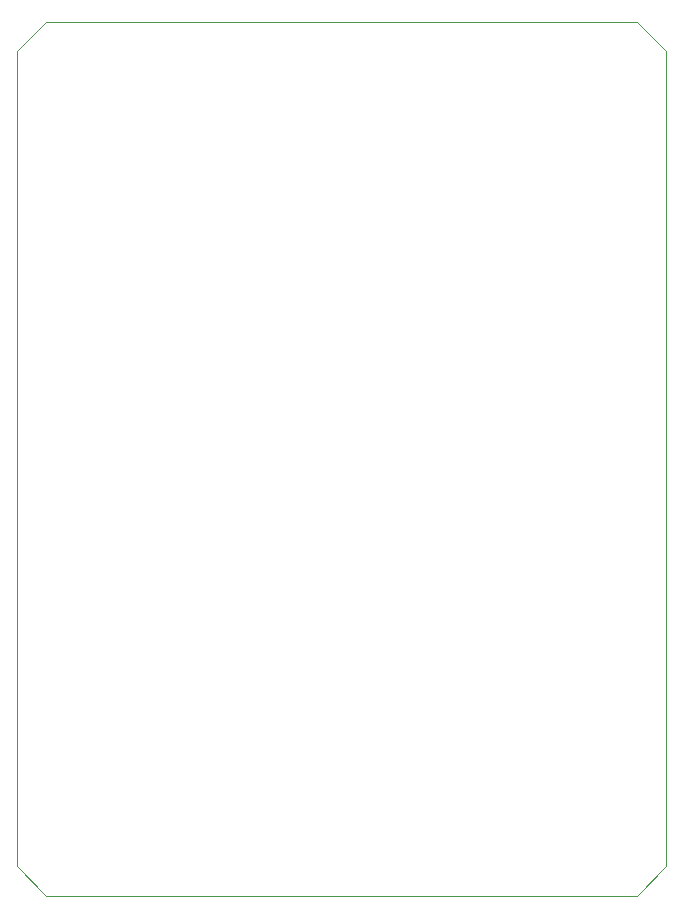
<source format=gbr>
%TF.GenerationSoftware,KiCad,Pcbnew,8.0.1-8.0.1-0~ubuntu20.04.1*%
%TF.CreationDate,2024-05-13T17:34:50+05:00*%
%TF.ProjectId,DeltaAnomalain,44656c74-6141-46e6-9f6d-616c61696e2e,rev?*%
%TF.SameCoordinates,Original*%
%TF.FileFunction,Profile,NP*%
%FSLAX46Y46*%
G04 Gerber Fmt 4.6, Leading zero omitted, Abs format (unit mm)*
G04 Created by KiCad (PCBNEW 8.0.1-8.0.1-0~ubuntu20.04.1) date 2024-05-13 17:34:50*
%MOMM*%
%LPD*%
G01*
G04 APERTURE LIST*
%TA.AperFunction,Profile*%
%ADD10C,0.050000*%
%TD*%
G04 APERTURE END LIST*
D10*
X243000000Y-130000000D02*
X240500000Y-132500000D01*
X188000000Y-130000000D02*
X188000000Y-61000000D01*
X240500000Y-58500000D02*
X243000000Y-61000000D01*
X190500000Y-132500000D02*
X188000000Y-130000000D01*
X240500000Y-132500000D02*
X190500000Y-132500000D01*
X188000000Y-61000000D02*
X190500000Y-58500000D01*
X243000000Y-61000000D02*
X243000000Y-130000000D01*
X190500000Y-58500000D02*
X240500000Y-58500000D01*
M02*

</source>
